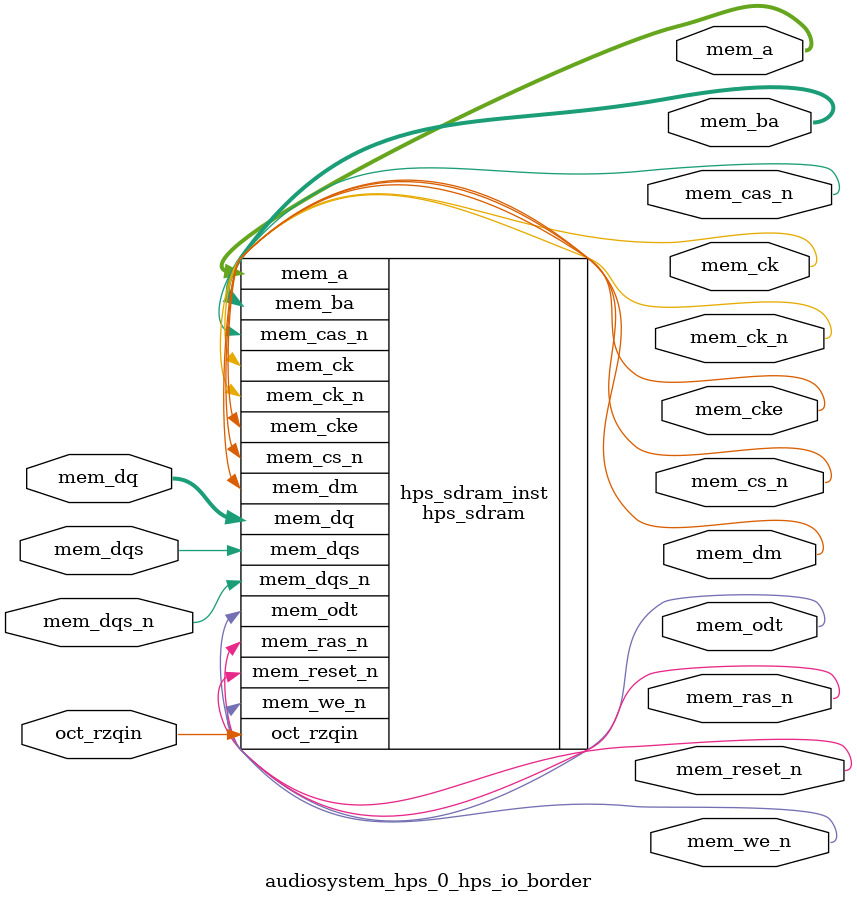
<source format=sv>


module audiosystem_hps_0_hps_io_border(
// memory
  output wire [13 - 1 : 0 ] mem_a
 ,output wire [3 - 1 : 0 ] mem_ba
 ,output wire [1 - 1 : 0 ] mem_ck
 ,output wire [1 - 1 : 0 ] mem_ck_n
 ,output wire [1 - 1 : 0 ] mem_cke
 ,output wire [1 - 1 : 0 ] mem_cs_n
 ,output wire [1 - 1 : 0 ] mem_ras_n
 ,output wire [1 - 1 : 0 ] mem_cas_n
 ,output wire [1 - 1 : 0 ] mem_we_n
 ,output wire [1 - 1 : 0 ] mem_reset_n
 ,inout wire [8 - 1 : 0 ] mem_dq
 ,inout wire [1 - 1 : 0 ] mem_dqs
 ,inout wire [1 - 1 : 0 ] mem_dqs_n
 ,output wire [1 - 1 : 0 ] mem_odt
 ,output wire [1 - 1 : 0 ] mem_dm
 ,input wire [1 - 1 : 0 ] oct_rzqin
);


hps_sdram hps_sdram_inst(
 .mem_dq({
    mem_dq[7:0] // 7:0
  })
,.mem_odt({
    mem_odt[0:0] // 0:0
  })
,.mem_ras_n({
    mem_ras_n[0:0] // 0:0
  })
,.mem_dqs_n({
    mem_dqs_n[0:0] // 0:0
  })
,.mem_dqs({
    mem_dqs[0:0] // 0:0
  })
,.mem_dm({
    mem_dm[0:0] // 0:0
  })
,.mem_we_n({
    mem_we_n[0:0] // 0:0
  })
,.mem_cas_n({
    mem_cas_n[0:0] // 0:0
  })
,.mem_ba({
    mem_ba[2:0] // 2:0
  })
,.mem_a({
    mem_a[12:0] // 12:0
  })
,.mem_cs_n({
    mem_cs_n[0:0] // 0:0
  })
,.mem_ck({
    mem_ck[0:0] // 0:0
  })
,.mem_cke({
    mem_cke[0:0] // 0:0
  })
,.oct_rzqin({
    oct_rzqin[0:0] // 0:0
  })
,.mem_reset_n({
    mem_reset_n[0:0] // 0:0
  })
,.mem_ck_n({
    mem_ck_n[0:0] // 0:0
  })
);

endmodule


</source>
